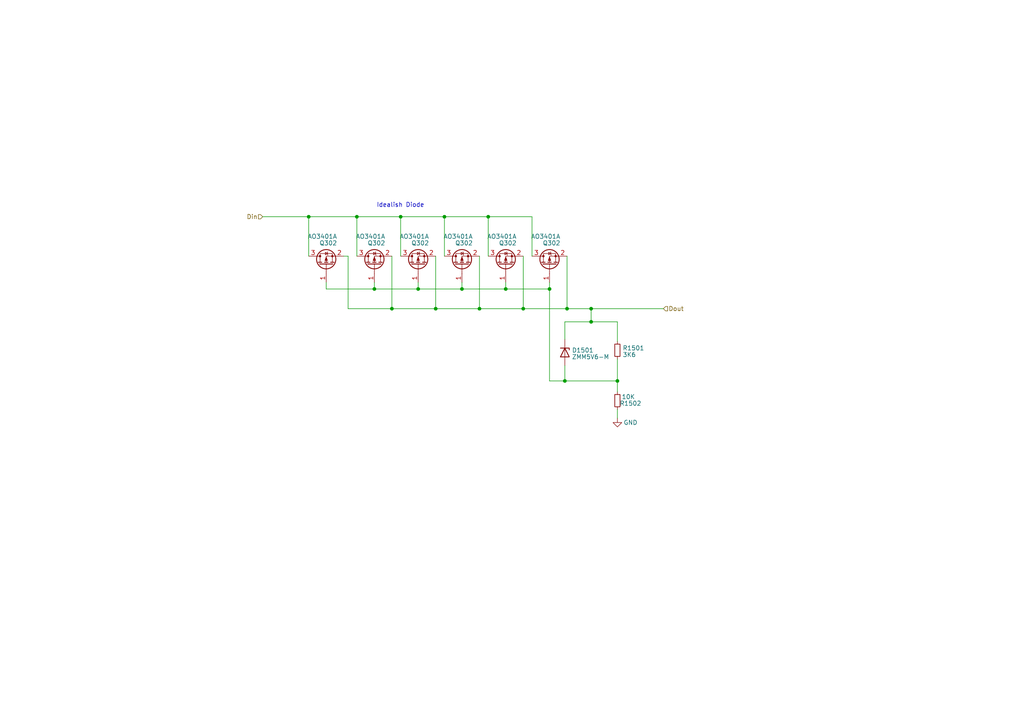
<source format=kicad_sch>
(kicad_sch (version 20230121) (generator eeschema)
  (paper "A4")
  (lib_symbols
    (symbol "Device:R_Small" (pin_numbers hide) (pin_names (offset 0.254) hide)
      (property "Reference" "R" (at 0.762 0.508 0))
      (property "Value" "R_Small" (at 0.762 -1.016 0))
      (symbol "R_Small_0_1"
        (rectangle (start -0.762 1.778) (end 0.762 -1.778) (stroke (width 0.2032)))
      )
      (symbol "R_Small_1_1"
        (pin passive line (at 0 2.54 270) (length 0.762) (name "~") (number "1"))
        (pin passive line (at 0 -2.54 90) (length 0.762) (name "~") (number "2"))
      )
    )
    (symbol "PGD-Library:D_Zener" (pin_numbers hide) (pin_names (offset 1.016) hide)
      (property "Reference" "D" (at 0 2.54 0))
      (property "Value" "D_Zener" (at 0 -2.54 0))
      (symbol "D_Zener_0_1"
        (polyline (pts (xy 1.27 0) (xy -1.27 0)))
        (polyline (pts (xy -1.27 -1.27) (xy -1.27 1.27) (xy -0.762 1.27)) (stroke (width 0.254)))
        (polyline (pts (xy 1.27 -1.27) (xy 1.27 1.27) (xy -1.27 0) (xy 1.27 -1.27)) (stroke (width 0.254)))
      )
      (symbol "D_Zener_1_1"
        (pin passive line (at -3.81 0 0) (length 2.54) (name "K") (number "1"))
        (pin passive line (at 3.81 0 180) (length 2.54) (name "A") (number "2"))
      )
    )
    (symbol "PGD-Library:R_Small" (pin_numbers hide) (pin_names (offset 0.254) hide)
      (property "Reference" "R" (at 0.762 0.508 0))
      (property "Value" "R_Small" (at 0.762 -1.016 0))
      (symbol "R_Small_0_1"
        (rectangle (start -0.762 1.778) (end 0.762 -1.778) (stroke (width 0.2032)))
      )
      (symbol "R_Small_1_1"
        (pin passive line (at 0 2.54 270) (length 0.762) (name "~") (number "1"))
        (pin passive line (at 0 -2.54 90) (length 0.762) (name "~") (number "2"))
      )
    )
    (symbol "Transistor_FET:AO3401A" (pin_names hide)
      (property "Reference" "Q" (at 5.08 1.905 0))
      (property "Value" "AO3401A" (at 5.08 0 0))
      (symbol "AO3401A_0_1"
        (polyline (pts (xy 0.254 0) (xy -2.54 0)))
        (polyline (pts (xy 0.254 1.905) (xy 0.254 -1.905)) (stroke (width 0.254)))
        (polyline (pts (xy 0.762 -1.27) (xy 0.762 -2.286)) (stroke (width 0.254)))
        (polyline (pts (xy 0.762 0.508) (xy 0.762 -0.508)) (stroke (width 0.254)))
        (polyline (pts (xy 0.762 2.286) (xy 0.762 1.27)) (stroke (width 0.254)))
        (polyline (pts (xy 2.54 2.54) (xy 2.54 1.778)))
        (polyline (pts (xy 2.54 -2.54) (xy 2.54 0) (xy 0.762 0)))
        (polyline (pts (xy 0.762 1.778) (xy 3.302 1.778) (xy 3.302 -1.778) (xy 0.762 -1.778)))
        (polyline (pts (xy 2.286 0) (xy 1.27 0.381) (xy 1.27 -0.381) (xy 2.286 0)) (fill (type outline)))
        (polyline (pts (xy 2.794 -0.508) (xy 2.921 -0.381) (xy 3.683 -0.381) (xy 3.81 -0.254)))
        (polyline (pts (xy 3.302 -0.381) (xy 2.921 0.254) (xy 3.683 0.254) (xy 3.302 -0.381)))
        (circle (center 1.651 0) (radius 2.794) (stroke (width 0.254)))
        (circle (center 2.54 -1.778) (radius 0.254) (fill (type outline)))
        (circle (center 2.54 1.778) (radius 0.254) (fill (type outline)))
      )
      (symbol "AO3401A_1_1"
        (pin input line (at -5.08 0 0) (length 2.54) (name "G") (number "1"))
        (pin passive line (at 2.54 -5.08 90) (length 2.54) (name "S") (number "2"))
        (pin passive line (at 2.54 5.08 270) (length 2.54) (name "D") (number "3"))
      )
    )
    (symbol "power:GND" (power) (pin_names (offset 0))
      (property "Value" "GND" (at 0 -3.81 0))
      (symbol "GND_0_1"
        (polyline (pts (xy 0 0) (xy 0 -1.27) (xy 1.27 -1.27) (xy 0 -2.54) (xy -1.27 -1.27) (xy 0 -1.27)))
      )
      (symbol "GND_1_1"
        (pin power_in line (at 0 0 270) (length 0) hide (name "GND") (number "1"))
      )
    )
  )
  (junction (at 151.765 89.535))
  (junction (at 164.465 89.535))
  (junction (at 171.45 93.345))
  (junction (at 163.83 110.49))
  (junction (at 89.535 62.865))
  (junction (at 159.385 83.82))
  (junction (at 108.585 83.82))
  (junction (at 103.505 62.865))
  (junction (at 146.685 83.82))
  (junction (at 179.07 110.49))
  (junction (at 171.45 89.535))
  (junction (at 141.605 62.865))
  (junction (at 121.285 83.82))
  (junction (at 126.365 89.535))
  (junction (at 133.985 83.82))
  (junction (at 113.665 89.535))
  (junction (at 116.205 62.865))
  (junction (at 128.905 62.865))
  (junction (at 139.065 89.535))
  (wire (pts (xy 171.45 89.535) (xy 171.45 93.345)))
  (wire (pts (xy 141.605 62.865) (xy 154.305 62.865)))
  (wire (pts (xy 103.505 62.865) (xy 116.205 62.865)))
  (wire (pts (xy 121.285 81.915) (xy 121.285 83.82)))
  (wire (pts (xy 159.385 81.915) (xy 159.385 83.82)))
  (wire (pts (xy 179.07 110.49) (xy 179.07 113.665)))
  (wire (pts (xy 159.385 110.49) (xy 163.83 110.49)))
  (wire (pts (xy 100.965 74.295) (xy 100.965 89.535)))
  (wire (pts (xy 163.83 98.425) (xy 163.83 93.345)))
  (wire (pts (xy 94.615 83.82) (xy 108.585 83.82)))
  (wire (pts (xy 128.905 62.865) (xy 141.605 62.865)))
  (wire (pts (xy 163.83 110.49) (xy 179.07 110.49)))
  (wire (pts (xy 108.585 81.915) (xy 108.585 83.82)))
  (wire (pts (xy 126.365 74.295) (xy 126.365 89.535)))
  (wire (pts (xy 139.065 89.535) (xy 151.765 89.535)))
  (wire (pts (xy 151.765 74.295) (xy 151.765 89.535)))
  (wire (pts (xy 89.535 62.865) (xy 89.535 74.295)))
  (wire (pts (xy 146.685 81.915) (xy 146.685 83.82)))
  (wire (pts (xy 171.45 93.345) (xy 179.07 93.345)))
  (wire (pts (xy 151.765 89.535) (xy 164.465 89.535)))
  (wire (pts (xy 179.07 118.745) (xy 179.07 121.285)))
  (wire (pts (xy 159.385 83.82) (xy 159.385 110.49)))
  (wire (pts (xy 133.985 83.82) (xy 121.285 83.82)))
  (wire (pts (xy 159.385 83.82) (xy 146.685 83.82)))
  (wire (pts (xy 164.465 89.535) (xy 171.45 89.535)))
  (wire (pts (xy 128.905 62.865) (xy 128.905 74.295)))
  (wire (pts (xy 116.205 62.865) (xy 116.205 74.295)))
  (wire (pts (xy 163.83 93.345) (xy 171.45 93.345)))
  (wire (pts (xy 141.605 62.865) (xy 141.605 74.295)))
  (wire (pts (xy 113.665 74.295) (xy 113.665 89.535)))
  (wire (pts (xy 103.505 62.865) (xy 103.505 74.295)))
  (wire (pts (xy 164.465 74.295) (xy 164.465 89.535)))
  (wire (pts (xy 171.45 89.535) (xy 192.405 89.535)))
  (wire (pts (xy 89.535 62.865) (xy 103.505 62.865)))
  (wire (pts (xy 76.2 62.865) (xy 89.535 62.865)))
  (wire (pts (xy 163.83 106.045) (xy 163.83 110.49)))
  (wire (pts (xy 179.07 104.14) (xy 179.07 110.49)))
  (wire (pts (xy 139.065 74.295) (xy 139.065 89.535)))
  (wire (pts (xy 179.07 99.06) (xy 179.07 93.345)))
  (wire (pts (xy 100.965 89.535) (xy 113.665 89.535)))
  (wire (pts (xy 126.365 89.535) (xy 139.065 89.535)))
  (wire (pts (xy 154.305 62.865) (xy 154.305 74.295)))
  (wire (pts (xy 94.615 81.915) (xy 94.615 83.82)))
  (wire (pts (xy 116.205 62.865) (xy 128.905 62.865)))
  (wire (pts (xy 100.965 74.295) (xy 99.695 74.295)))
  (wire (pts (xy 113.665 89.535) (xy 126.365 89.535)))
  (wire (pts (xy 108.585 83.82) (xy 121.285 83.82)))
  (wire (pts (xy 133.985 83.82) (xy 146.685 83.82)))
  (wire (pts (xy 133.985 81.915) (xy 133.985 83.82)))
  (text "Idealish Diode" (at 109.22 60.325 0) (effects (font (size 1.27 1.27)) (justify left bottom)))
  (hierarchical_label "Dout" (shape input) (at 192.405 89.535 0))
  (hierarchical_label "Din" (shape input) (at 76.2 62.865 180))
  (symbol (lib_id "PGD-Library:R_Small") (at 179.07 116.205 180) (unit 1)
    (property "Reference" "R1502" (at 182.8808 117.0001 0))
    (property "Value" "10K" (at 182.2458 115.0951 0))
    (property "Footprint" "Resistor_SMD:R_0805_2012Metric" (effects hide))
    (property "LCSC Part" "C17414" (effects hide))
    (property "JLC Part" "Basic Part" (effects hide))
    (instances (project "PiraniGaugeDisplay" (path "" (reference "R1502") (unit 1))) (project "Output_6Ch_SoftLimits" (path "" (reference "R201") (unit 1))) (project "Bincorp_485JoystickControllerV1" (path "" (reference "R123") (unit 1))) (project "Output_2ch_FaultTolerant" (path "" (reference "R202") (unit 1)) (path "" (reference "R402") (unit 1)) (path "" (reference "R303") (unit 1)) (path "" (reference "R603") (unit 1)) (path "" (reference "R503") (unit 1))))
  )
  (symbol (lib_id "Device:R_Small") (at 179.07 101.6 0) (unit 1)
    (property "Reference" "R1501" (at 180.5686 100.9563 0) (effects (justify left)))
    (property "Value" "3K6" (at 180.5686 102.8773 0) (effects (justify left)))
    (property "Footprint" "Resistor_SMD:R_0805_2012Metric" (effects hide))
    (property "LCSC Part" "C18359" (effects hide))
    (property "JLC Part" "Basic Part" (effects hide))
  )
  (symbol (lib_id "Transistor_FET:AO3401A") (at 159.385 76.835 90) (unit 1)
    (property "Reference" "Q302" (at 162.56 70.501 90) (effects (justify left)))
    (property "Value" "AO3401A" (at 162.56 68.58 90) (effects (justify left)))
    (property "Footprint" "Package_TO_SOT_SMD:SOT-23" (effects hide))
    (property "Datasheet" "http://www.aosmd.com/pdfs/datasheet/AO3401A.pdf" (effects hide))
    (property "LCSC Part" "C15127" (effects hide))
    (property "JLC Part" "Basic Part" (effects hide))
    (instances (project "EGSV2MainBrd" (path "" (reference "Q302") (unit 1))) (project "PiraniGaugeDisplay" (path "" (reference "Q1506") (unit 1))) (project "keychain" (path "" (reference "Q2") (unit 1))))
  )
  (symbol (lib_id "Transistor_FET:AO3401A") (at 108.585 76.835 90) (unit 1)
    (property "Reference" "Q302" (at 111.76 70.501 90) (effects (justify left)))
    (property "Value" "AO3401A" (at 111.76 68.58 90) (effects (justify left)))
    (property "Footprint" "Package_TO_SOT_SMD:SOT-23" (effects hide))
    (property "Datasheet" "http://www.aosmd.com/pdfs/datasheet/AO3401A.pdf" (effects hide))
    (property "LCSC Part" "C15127" (effects hide))
    (property "JLC Part" "Basic Part" (effects hide))
    (instances (project "EGSV2MainBrd" (path "" (reference "Q302") (unit 1))) (project "PiraniGaugeDisplay" (path "" (reference "Q1502") (unit 1))) (project "keychain" (path "" (reference "Q2") (unit 1))))
  )
  (symbol (lib_id "Transistor_FET:AO3401A") (at 133.985 76.835 90) (unit 1)
    (property "Reference" "Q302" (at 137.16 70.501 90) (effects (justify left)))
    (property "Value" "AO3401A" (at 137.16 68.58 90) (effects (justify left)))
    (property "Footprint" "Package_TO_SOT_SMD:SOT-23" (effects hide))
    (property "Datasheet" "http://www.aosmd.com/pdfs/datasheet/AO3401A.pdf" (effects hide))
    (property "LCSC Part" "C15127" (effects hide))
    (property "JLC Part" "Basic Part" (effects hide))
    (instances (project "EGSV2MainBrd" (path "" (reference "Q302") (unit 1))) (project "PiraniGaugeDisplay" (path "" (reference "Q1504") (unit 1))) (project "keychain" (path "" (reference "Q2") (unit 1))))
  )
  (symbol (lib_id "Transistor_FET:AO3401A") (at 94.615 76.835 90) (unit 1)
    (property "Reference" "Q302" (at 97.79 70.501 90) (effects (justify left)))
    (property "Value" "AO3401A" (at 97.79 68.58 90) (effects (justify left)))
    (property "Footprint" "Package_TO_SOT_SMD:SOT-23" (effects hide))
    (property "Datasheet" "http://www.aosmd.com/pdfs/datasheet/AO3401A.pdf" (effects hide))
    (property "LCSC Part" "C15127" (effects hide))
    (property "JLC Part" "Basic Part" (effects hide))
    (instances (project "EGSV2MainBrd" (path "" (reference "Q302") (unit 1))) (project "PiraniGaugeDisplay" (path "" (reference "Q1501") (unit 1))) (project "keychain" (path "" (reference "Q2") (unit 1))))
  )
  (symbol (lib_id "PGD-Library:D_Zener") (at 163.83 102.235 270) (unit 1)
    (property "Reference" "D1501" (at 165.862 101.5913 90) (effects (justify left)))
    (property "Value" "ZMM5V6-M" (at 165.862 103.5123 90) (effects (justify left)))
    (property "Footprint" "Diode_SMD:D_MiniMELF" (effects hide))
    (property "LCSC Part" "C8062" (effects hide))
    (property "JLC Part" "Basic Part" (effects hide))
    (instances (project "PiraniGaugeDisplay" (path "" (reference "D1501") (unit 1))) (project "Bincorp_485JoystickControllerV1" (path "" (reference "D109") (unit 1))))
  )
  (symbol (lib_id "power:GND") (at 179.07 121.285 0) (unit 1)
    (property "Reference" "#PWR01501" (effects hide))
    (property "Value" "GND" (at 182.88 122.555 0))
    (instances (project "PiraniGaugeDisplay" (path "" (reference "#PWR01501") (unit 1))) (project "Bincorp_485JoystickControllerV1" (path "" (reference "#PWR0123") (unit 1))))
  )
  (symbol (lib_id "Transistor_FET:AO3401A") (at 121.285 76.835 90) (unit 1)
    (property "Reference" "Q302" (at 124.46 70.501 90) (effects (justify left)))
    (property "Value" "AO3401A" (at 124.46 68.58 90) (effects (justify left)))
    (property "Footprint" "Package_TO_SOT_SMD:SOT-23" (effects hide))
    (property "Datasheet" "http://www.aosmd.com/pdfs/datasheet/AO3401A.pdf" (effects hide))
    (property "LCSC Part" "C15127" (effects hide))
    (property "JLC Part" "Basic Part" (effects hide))
    (instances (project "EGSV2MainBrd" (path "" (reference "Q302") (unit 1))) (project "PiraniGaugeDisplay" (path "" (reference "Q1503") (unit 1))) (project "keychain" (path "" (reference "Q2") (unit 1))))
  )
  (symbol (lib_id "Transistor_FET:AO3401A") (at 146.685 76.835 90) (unit 1)
    (property "Reference" "Q302" (at 149.86 70.501 90) (effects (justify left)))
    (property "Value" "AO3401A" (at 149.86 68.58 90) (effects (justify left)))
    (property "Footprint" "Package_TO_SOT_SMD:SOT-23" (effects hide))
    (property "Datasheet" "http://www.aosmd.com/pdfs/datasheet/AO3401A.pdf" (effects hide))
    (property "LCSC Part" "C15127" (effects hide))
    (property "JLC Part" "Basic Part" (effects hide))
    (instances (project "EGSV2MainBrd" (path "" (reference "Q302") (unit 1))) (project "PiraniGaugeDisplay" (path "" (reference "Q1505") (unit 1))) (project "keychain" (path "" (reference "Q2") (unit 1))))
  )
)
</source>
